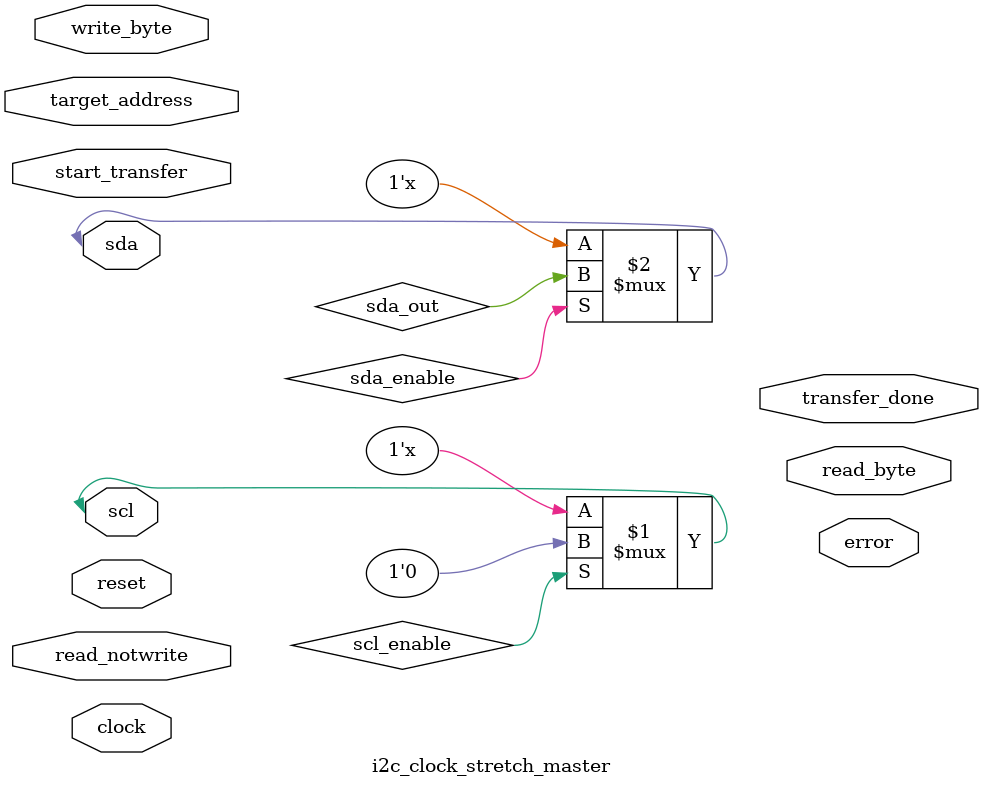
<source format=sv>
module i2c_clock_stretch_master(
    input wire clock, reset,
    input wire start_transfer,
    input wire [6:0] target_address,
    input wire read_notwrite,
    input wire [7:0] write_byte,
    output reg [7:0] read_byte,
    output reg transfer_done, error,
    inout wire sda, scl
);
    reg scl_enable, sda_enable, sda_out;
    reg [3:0] FSM;
    reg [3:0] bit_index;
    
    assign scl = scl_enable ? 1'b0 : 1'bz;
    assign sda = sda_enable ? sda_out : 1'bz;
    
    wire scl_stretched = !scl && !scl_enable;
    
    always @(posedge clock, posedge reset) begin
        if (reset) FSM <= 4'd0;
        else if (scl_stretched && FSM != 4'd0) 
            FSM <= FSM; // Hold state during stretching
        else case (FSM)
            4'd0: if (start_transfer) FSM <= 4'd1;
            // State machine implementation
        endcase
    end
endmodule
</source>
